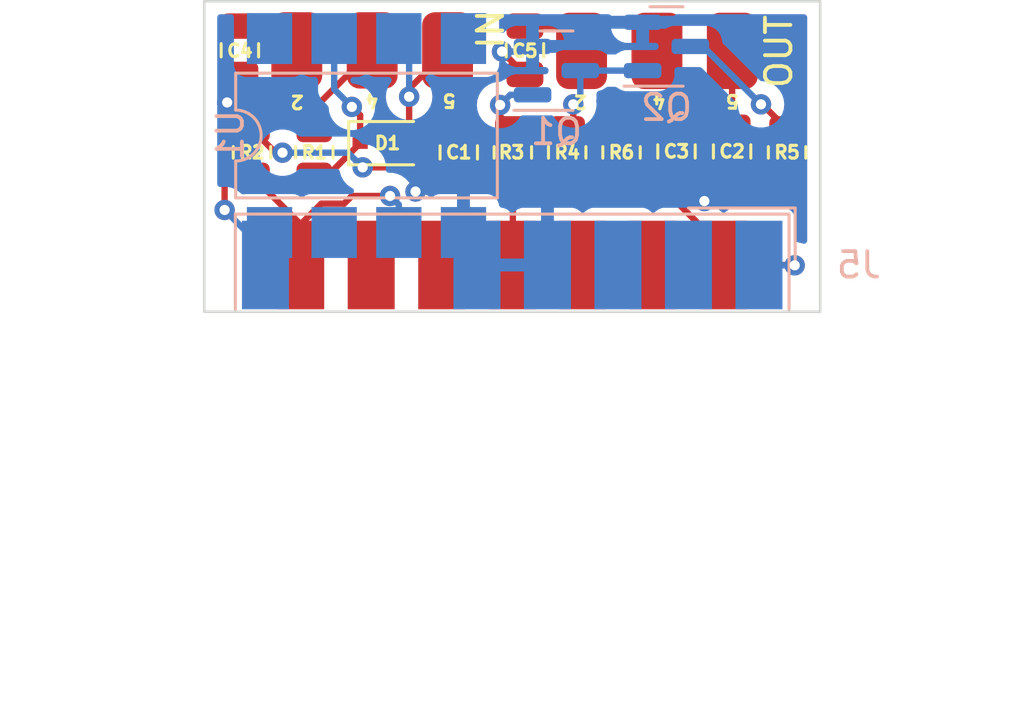
<source format=kicad_pcb>
(kicad_pcb (version 20211014) (generator pcbnew)
  (layers (0 "F.Cu" signal) (31 "B.Cu" signal) (34 "B.Paste" user) (35 "F.Paste" user) (36 "B.SilkS" user "B.Silkscreen") (37 "F.SilkS" user "F.Silkscreen") (38 "B.Mask" user) (39 "F.Mask" user) (44 "Edge.Cuts" user))
  (net 0 "")
  (net 1 "+5V")
  (net 2 "GND")
  (net 3 "Net-(C2-Pad1)")
  (net 4 "Net-(C3-Pad1)")
  (net 5 "Net-(D1-Pad1)")
  (net 6 "Net-(D1-Pad2)")
  (net 7 "Net-(R5-Pad2)")
  (net 8 "Net-(J1-Pad4)")
  (net 9 "RX(15)")
  (net 10 "TX(12)")
  (net 14 "Net-(J1-Pad2)")
  (net 15 "Net-(J2-Pad2)")
  (net 16 "Net-(R3-Pad2)")
  (net 17 "Net-(Q1-Pad3)")
  (footprint "midi_pads:midi pads" (layer "F.Cu") (at 141.9 95.225)
    (fp_text reference "J1" hide)
    (fp_text value "MIDI IN" hide)
    (fp_text user "2" (at -3.05 -1.35 180 unlocked) (layer "F.SilkS") (effects (font (size 0.5 0.5))))
    (fp_text user "IN" (at 4.55 -4.2 90 unlocked) (layer "F.SilkS"))
    (fp_text user "5" (at 2.925 -1.4 180 unlocked) (layer "F.SilkS") (effects (font (size 0.5 0.5))))
    (fp_text user "4" (at -0.1 -1.4 180 unlocked) (layer "F.SilkS") (effects (font (size 0.5 0.5))))
    (pad "2" smd roundrect (at -3.063821 -3.370203) (size 2 3) (layers "F.Cu" "F.Paste" "F.Mask") (net 14 "Net-(J1-Pad2)"))
    (pad "4" smd roundrect (at -0.102128 -3.370203) (size 2 3) (layers "F.Cu" "F.Paste" "F.Mask") (net 8 "Net-(J1-Pad4)"))
    (pad "5" smd roundrect (at 2.859566 -3.370203) (size 2 3) (layers "F.Cu" "F.Paste" "F.Mask") (net 6 "Net-(D1-Pad2)"))
  )
  (footprint "Resistor_SMD:R_0805_2012Metric" (layer "F.Cu") (at 151.595 95.8625 -90)
    (fp_text reference "R6" (at 0 0 180) (layer "F.SilkS") (effects (font (size 0.5 0.5))))
    (fp_text value "220" hide)
    (fp_line (start -0.227064 0.735) (end 0.227064 0.735) (layer "F.SilkS") (width 0.12))
    (fp_line (start -0.227064 -0.735) (end 0.227064 -0.735) (layer "F.SilkS") (width 0.12))
    (pad "1" smd roundrect (at -0.9125 0 270) (size 1.025 1.4) (layers "F.Cu" "F.Paste" "F.Mask") (roundrect_rratio 0.243902439) (net 4 "Net-(C3-Pad1)"))
    (pad "2" smd roundrect (at 0.9125 0 270) (size 1.025 1.4) (layers "F.Cu" "F.Paste" "F.Mask") (roundrect_rratio 0.243902439) (net 1 "+5V"))
  )
  (footprint "Diode_SMD:D_SOD-323" (layer "F.Cu") (at 142.375 95.5)
    (fp_text reference "D1" (at 0.025 0) (layer "F.SilkS") (effects (font (size 0.5 0.5))))
    (fp_text value "1N4148" hide)
    (fp_line (start -1.5 0.85) (end 1.05 0.85) (layer "F.SilkS") (width 0.12))
    (fp_line (start -1.5 -0.85) (end -1.5 0.85) (layer "F.SilkS") (width 0.12))
    (fp_line (start -1.5 -0.85) (end 1.05 -0.85) (layer "F.SilkS") (width 0.12))
    (pad "1" smd rect (at -1.05 0) (size 0.6 0.45) (layers "F.Cu" "F.Paste" "F.Mask") (net 5 "Net-(D1-Pad1)"))
    (pad "2" smd rect (at 1.05 0) (size 0.6 0.45) (layers "F.Cu" "F.Paste" "F.Mask") (net 6 "Net-(D1-Pad2)"))
  )
  (footprint "Capacitor_SMD:C_0805_2012Metric" (layer "F.Cu") (at 155.94 95.825 -90)
    (fp_text reference "C2" (at 0 0 180) (layer "F.SilkS") (effects (font (size 0.5 0.5))))
    (fp_text value "220pF" hide)
    (fp_line (start -0.261252 -0.735) (end 0.261252 -0.735) (layer "F.SilkS") (width 0.12))
    (fp_line (start -0.261252 0.735) (end 0.261252 0.735) (layer "F.SilkS") (width 0.12))
    (pad "1" smd roundrect (at -0.95 0 270) (size 1 1.45) (layers "F.Cu" "F.Paste" "F.Mask") (net 3 "Net-(C2-Pad1)"))
    (pad "2" smd roundrect (at 0.95 0 270) (size 1 1.45) (layers "F.Cu" "F.Paste" "F.Mask") (net 2 "GND"))
  )
  (footprint "Resistor_SMD:R_0805_2012Metric" (layer "F.Cu") (at 147.325 95.8625 90)
    (fp_text reference "R3" (at 0 -0.05 180) (layer "F.SilkS") (effects (font (size 0.5 0.5))))
    (fp_text value "10K" hide)
    (fp_line (start -0.227064 0.735) (end 0.227064 0.735) (layer "F.SilkS") (width 0.12))
    (fp_line (start -0.227064 -0.735) (end 0.227064 -0.735) (layer "F.SilkS") (width 0.12))
    (pad "1" smd roundrect (at -0.9125 0 90) (size 1.025 1.4) (layers "F.Cu" "F.Paste" "F.Mask") (roundrect_rratio 0.243902439) (net 10 "TX(12)"))
    (pad "2" smd roundrect (at 0.9125 0 90) (size 1.025 1.4) (layers "F.Cu" "F.Paste" "F.Mask") (roundrect_rratio 0.243902439) (net 16 "Net-(R3-Pad2)"))
  )
  (footprint "Resistor_SMD:R_0805_2012Metric" (layer "F.Cu") (at 149.46 95.8625 90)
    (fp_text reference "R4" (at 0 0 180) (layer "F.SilkS") (effects (font (size 0.5 0.5))))
    (fp_text value "2.2K" hide)
    (fp_line (start -0.227064 0.735) (end 0.227064 0.735) (layer "F.SilkS") (width 0.12))
    (fp_line (start -0.227064 -0.735) (end 0.227064 -0.735) (layer "F.SilkS") (width 0.12))
    (pad "1" smd roundrect (at -0.9125 0 90) (size 1.025 1.4) (layers "F.Cu" "F.Paste" "F.Mask") (roundrect_rratio 0.243902439) (net 1 "+5V"))
    (pad "2" smd roundrect (at 0.9125 0 90) (size 1.025 1.4) (layers "F.Cu" "F.Paste" "F.Mask") (roundrect_rratio 0.243902439) (net 17 "Net-(Q1-Pad3)"))
  )
  (footprint "Resistor_SMD:R_0805_2012Metric" (layer "F.Cu") (at 158.1 95.8625 90)
    (fp_text reference "R5" (at 0 0 180) (layer "F.SilkS") (effects (font (size 0.5 0.5))))
    (fp_text value "270" hide)
    (fp_line (start -0.227064 -0.735) (end 0.227064 -0.735) (layer "F.SilkS") (width 0.12))
    (fp_line (start -0.227064 0.735) (end 0.227064 0.735) (layer "F.SilkS") (width 0.12))
    (pad "1" smd roundrect (at -0.9125 0 90) (size 1.025 1.4) (layers "F.Cu" "F.Paste" "F.Mask") (roundrect_rratio 0.243902439) (net 3 "Net-(C2-Pad1)"))
    (pad "2" smd roundrect (at 0.9125 0 90) (size 1.025 1.4) (layers "F.Cu" "F.Paste" "F.Mask") (roundrect_rratio 0.243902439) (net 7 "Net-(R5-Pad2)"))
  )
  (footprint "Capacitor_SMD:C_0805_2012Metric" (layer "F.Cu") (at 145.2 95.8625 -90)
    (fp_text reference "C1" (at 0 0 180) (layer "F.SilkS") (effects (font (size 0.5 0.5))))
    (fp_text value "0.1μF" hide)
    (fp_line (start -0.261252 -0.735) (end 0.261252 -0.735) (layer "F.SilkS") (width 0.12))
    (fp_line (start -0.261252 0.735) (end 0.261252 0.735) (layer "F.SilkS") (width 0.12))
    (pad "1" smd roundrect (at -0.95 0 270) (size 1 1.45) (layers "F.Cu" "F.Paste" "F.Mask") (net 1 "+5V"))
    (pad "2" smd roundrect (at 0.95 0 270) (size 1 1.45) (layers "F.Cu" "F.Paste" "F.Mask") (net 2 "GND"))
  )
  (footprint "Resistor_SMD:R_0805_2012Metric" (layer "F.Cu") (at 137.075 95.8625 90)
    (fp_text reference "R2" (at 0 0 180) (layer "F.SilkS") (effects (font (size 0.5 0.5))))
    (fp_text value "2.2K" hide)
    (fp_line (start -0.227064 0.735) (end 0.227064 0.735) (layer "F.SilkS") (width 0.12))
    (fp_line (start -0.227064 -0.735) (end 0.227064 -0.735) (layer "F.SilkS") (width 0.12))
    (pad "1" smd roundrect (at -0.9125 0 90) (size 1.025 1.4) (layers "F.Cu" "F.Paste" "F.Mask") (roundrect_rratio 0.243902439) (net 9 "RX(15)"))
    (pad "2" smd roundrect (at 0.9125 0 90) (size 1.025 1.4) (layers "F.Cu" "F.Paste" "F.Mask") (roundrect_rratio 0.243902439) (net 1 "+5V"))
  )
  (footprint "midi_pads:midi pads" (layer "F.Cu") (at 153.088821 95.245203)
    (fp_text reference "J2" hide)
    (fp_text value "MIDI OUT" hide)
    (fp_text user "4" (at -0.013821 -1.395203 180 unlocked) (layer "F.SilkS") (effects (font (size 0.5 0.5))))
    (fp_text user "5" (at 2.861179 -1.395203 180 unlocked) (layer "F.SilkS") (effects (font (size 0.5 0.5))))
    (fp_text user "2" (at -3.113821 -1.370203 180 unlocked) (layer "F.SilkS") (effects (font (size 0.5 0.5))))
    (fp_text user "OUT" (at 4.686179 -3.345203 90 unlocked) (layer "F.SilkS"))
    (pad "2" smd roundrect (at -3.063821 -3.370203) (size 2 3) (layers "F.Cu" "F.Paste" "F.Mask") (net 15 "Net-(J2-Pad2)"))
    (pad "4" smd roundrect (at -0.102128 -3.370203) (size 2 3) (layers "F.Cu" "F.Paste" "F.Mask") (net 4 "Net-(C3-Pad1)"))
    (pad "5" smd roundrect (at 2.859566 -3.370203) (size 2 3) (layers "F.Cu" "F.Paste" "F.Mask") (net 3 "Net-(C2-Pad1)"))
  )
  (footprint "Capacitor_SMD:C_0805_2012Metric" (layer "F.Cu") (at 147.8 91.85 -90)
    (fp_text reference "C5" (at 0.025 0 180) (layer "F.SilkS") (effects (font (size 0.5 0.5))))
    (fp_text value "0.1μF" hide)
    (fp_line (start -0.261252 0.735) (end 0.261252 0.735) (layer "F.SilkS") (width 0.12))
    (fp_line (start -0.261252 -0.735) (end 0.261252 -0.735) (layer "F.SilkS") (width 0.12))
    (pad "1" smd roundrect (at -0.95 0 270) (size 1 1.45) (layers "F.Cu" "F.Paste" "F.Mask") (net 15 "Net-(J2-Pad2)"))
    (pad "2" smd roundrect (at 0.95 0 270) (size 1 1.45) (layers "F.Cu" "F.Paste" "F.Mask") (net 2 "GND"))
  )
  (footprint "Capacitor_SMD:C_0805_2012Metric" (layer "F.Cu") (at 153.755 95.825 -90)
    (fp_text reference "C3" (at 0 0 180) (layer "F.SilkS") (effects (font (size 0.5 0.5))))
    (fp_text value "220pF" hide)
    (fp_line (start -0.261252 -0.735) (end 0.261252 -0.735) (layer "F.SilkS") (width 0.12))
    (fp_line (start -0.261252 0.735) (end 0.261252 0.735) (layer "F.SilkS") (width 0.12))
    (pad "1" smd roundrect (at -0.95 0 270) (size 1 1.45) (layers "F.Cu" "F.Paste" "F.Mask") (net 4 "Net-(C3-Pad1)"))
    (pad "2" smd roundrect (at 0.95 0 270) (size 1 1.45) (layers "F.Cu" "F.Paste" "F.Mask") (net 2 "GND"))
  )
  (footprint "Resistor_SMD:R_0805_2012Metric" (layer "F.Cu") (at 139.525 95.8625 -90)
    (fp_text reference "R1" (at 0 0 180) (layer "F.SilkS") (effects (font (size 0.5 0.5))))
    (fp_text value "220" hide)
    (fp_line (start -0.227064 0.735) (end 0.227064 0.735) (layer "F.SilkS") (width 0.12))
    (fp_line (start -0.227064 -0.735) (end 0.227064 -0.735) (layer "F.SilkS") (width 0.12))
    (pad "1" smd roundrect (at -0.9125 0 270) (size 1.025 1.4) (layers "F.Cu" "F.Paste" "F.Mask") (roundrect_rratio 0.243902439) (net 8 "Net-(J1-Pad4)"))
    (pad "2" smd roundrect (at 0.9125 0 270) (size 1.025 1.4) (layers "F.Cu" "F.Paste" "F.Mask") (roundrect_rratio 0.243902439) (net 5 "Net-(D1-Pad1)"))
  )
  (footprint "Capacitor_SMD:C_0805_2012Metric" (layer "F.Cu") (at 136.6 91.85 -90)
    (fp_text reference "C4" (at 0.025 0 180) (layer "F.SilkS") (effects (font (size 0.5 0.5))))
    (fp_text value "0.1μF" hide)
    (fp_line (start -0.261252 0.735) (end 0.261252 0.735) (layer "F.SilkS") (width 0.12))
    (fp_line (start -0.261252 -0.735) (end 0.261252 -0.735) (layer "F.SilkS") (width 0.12))
    (pad "1" smd roundrect (at -0.95 0 270) (size 1 1.45) (layers "F.Cu" "F.Paste" "F.Mask") (net 14 "Net-(J1-Pad2)"))
    (pad "2" smd roundrect (at 0.95 0 270) (size 1 1.45) (layers "F.Cu" "F.Paste" "F.Mask") (net 2 "GND"))
  )
  (footprint "Package_TO_SOT_SMD:SOT-23" (layer "B.Cu") (at 149.0375 92.65)
    (fp_text reference "Q1" (at 0 2.4) (layer "B.SilkS") (effects (justify mirror)))
    (fp_text value "MMBT3904" hide)
    (fp_line (start 0 -1.56) (end -0.65 -1.56) (layer "B.SilkS") (width 0.12))
    (fp_line (start 0 -1.56) (end 0.65 -1.56) (layer "B.SilkS") (width 0.12))
    (fp_line (start 0 1.56) (end -1.675 1.56) (layer "B.SilkS") (width 0.12))
    (fp_line (start 0 1.56) (end 0.65 1.56) (layer "B.SilkS") (width 0.12))
    (pad "1" smd roundrect (at -0.9375 0.95) (size 1.475 0.6) (layers "B.Cu" "B.Paste" "B.Mask") (net 16 "Net-(R3-Pad2)"))
    (pad "2" smd roundrect (at -0.9375 -0.95) (size 1.475 0.6) (layers "B.Cu" "B.Paste" "B.Mask") (net 2 "GND"))
    (pad "3" smd roundrect (at 0.9375 0) (size 1.475 0.6) (layers "B.Cu" "B.Paste" "B.Mask") (net 17 "Net-(Q1-Pad3)"))
  )
  (footprint "Package_DIP:SMDIP-8_W7.62mm" (layer "B.Cu") (at 141.575 95.2 -90)
    (fp_text reference "U1" (at 0 5.35 90) (layer "B.SilkS") (effects (justify mirror)))
    (fp_text value "6N138" hide)
    (fp_line (start 2.45 -5.14) (end 2.45 5.14) (layer "B.SilkS") (width 0.12))
    (fp_line (start -2.45 -5.14) (end 2.45 -5.14) (layer "B.SilkS") (width 0.12))
    (fp_line (start -2.45 5.14) (end -2.45 -5.14) (layer "B.SilkS") (width 0.12))
    (fp_line (start 2.45 5.14) (end 1 5.14) (layer "B.SilkS") (width 0.12))
    (fp_line (start -1 5.14) (end -2.45 5.14) (layer "B.SilkS") (width 0.12))
    (fp_arc (start -1 5.14) (mid 0 4.14) (end 1 5.14) (layer "B.SilkS") (width 0.12))
    (pad "1" smd rect (at -3.81 3.81 270) (size 2 1.78) (layers "B.Cu" "B.Paste" "B.Mask"))
    (pad "2" smd rect (at -3.81 1.27 270) (size 2 1.78) (layers "B.Cu" "B.Paste" "B.Mask") (net 5 "Net-(D1-Pad1)"))
    (pad "3" smd rect (at -3.81 -1.27 270) (size 2 1.78) (layers "B.Cu" "B.Paste" "B.Mask") (net 6 "Net-(D1-Pad2)"))
    (pad "4" smd rect (at -3.81 -3.81 270) (size 2 1.78) (layers "B.Cu" "B.Paste" "B.Mask"))
    (pad "5" smd rect (at 3.81 -3.81 270) (size 2 1.78) (layers "B.Cu" "B.Paste" "B.Mask") (net 2 "GND"))
    (pad "6" smd rect (at 3.81 -1.27 270) (size 2 1.78) (layers "B.Cu" "B.Paste" "B.Mask") (net 9 "RX(15)"))
    (pad "7" smd rect (at 3.81 1.27 270) (size 2 1.78) (layers "B.Cu" "B.Paste" "B.Mask"))
    (pad "8" smd rect (at 3.81 3.81 270) (size 2 1.78) (layers "B.Cu" "B.Paste" "B.Mask") (net 1 "+5V"))
  )
  (footprint "Connector_Dsub:DSUB-15_Male_EdgeMount_P2.77mm" (layer "B.Cu") (at 147.3 100.2875 180)
    (fp_text reference "J5" (at -13.618333 0) (layer "B.SilkS") (effects (justify mirror)))
    (fp_text value "Game Port")
    (fp_line (start -10.878333 2) (end -10.878333 -1.74) (layer "B.SilkS") (width 0.12))
    (fp_line (start -11.118333 2.24) (end -6.925 2.24) (layer "B.SilkS") (width 0.12))
    (fp_line (start 10.878333 2) (end -10.878333 2) (layer "B.SilkS") (width 0.12))
    (fp_line (start -11.118333 0) (end -11.118333 2.24) (layer "B.SilkS") (width 0.12))
    (fp_line (start 10.878333 -1.74) (end 10.878333 2) (layer "B.SilkS") (width 0.12))
    (pad "1" smd rect (at -9.695 0 180) (size 1.846667 3.48) (layers "B.Cu" "B.Paste" "B.Mask") (net 1 "+5V"))
    (pad "2" smd rect (at -6.925 0 180) (size 1.846667 3.48) (layers "B.Cu" "B.Paste" "B.Mask"))
    (pad "3" smd rect (at -4.155 0 180) (size 1.846667 3.48) (layers "B.Cu" "B.Paste" "B.Mask"))
    (pad "4" smd rect (at -1.385 0 180) (size 1.846667 3.48) (layers "B.Cu" "B.Paste" "B.Mask") (net 2 "GND"))
    (pad "5" smd rect (at 1.385 0 180) (size 1.846667 3.48) (layers "B.Cu" "B.Paste" "B.Mask") (net 2 "GND"))
    (pad "8" smd rect (at 9.695 0 180) (size 1.846667 3.48) (layers "B.Cu" "B.Paste" "B.Mask") (net 1 "+5V"))
    (pad "9" smd rect (at -8.31 0 180) (size 1.846667 3.48) (layers "F.Cu" "F.Paste" "F.Mask") (net 1 "+5V"))
    (pad "10" smd rect (at -5.54 0 180) (size 1.846667 3.48) (layers "F.Cu" "F.Paste" "F.Mask"))
    (pad "11" smd rect (at -2.77 0 180) (size 1.846667 3.48) (layers "F.Cu" "F.Paste" "F.Mask"))
    (pad "12" smd rect (at 0 0 180) (size 1.846667 3.48) (layers "F.Cu" "F.Paste" "F.Mask") (net 10 "TX(12)"))
    (pad "13" smd rect (at 2.77 0 180) (size 1.846667 3.48) (layers "F.Cu" "F.Paste" "F.Mask"))
    (pad "14" smd rect (at 5.54 0 180) (size 1.846667 3.48) (layers "F.Cu" "F.Paste" "F.Mask"))
    (pad "15" smd rect (at 8.31 0 180) (size 1.846667 3.48) (layers "F.Cu" "F.Paste" "F.Mask") (net 9 "RX(15)"))
  )
  (footprint "Package_TO_SOT_SMD:SOT-23" (layer "B.Cu") (at 153.3625 91.7)
    (fp_text reference "Q2" (at 0 2.4) (layer "B.SilkS") (effects (justify mirror)))
    (fp_text value "MMBT3904" hide)
    (fp_line (start 0 1.56) (end -1.675 1.56) (layer "B.SilkS") (width 0.12))
    (fp_line (start 0 1.56) (end 0.65 1.56) (layer "B.SilkS") (width 0.12))
    (fp_line (start 0 -1.56) (end 0.65 -1.56) (layer "B.SilkS") (width 0.12))
    (fp_line (start 0 -1.56) (end -0.65 -1.56) (layer "B.SilkS") (width 0.12))
    (pad "1" smd roundrect (at -0.9375 0.95) (size 1.475 0.6) (layers "B.Cu" "B.Paste" "B.Mask") (net 17 "Net-(Q1-Pad3)"))
    (pad "2" smd roundrect (at -0.9375 -0.95) (size 1.475 0.6) (layers "B.Cu" "B.Paste" "B.Mask") (net 2 "GND"))
    (pad "3" smd roundrect (at 0.9375 0) (size 1.475 0.6) (layers "B.Cu" "B.Paste" "B.Mask") (net 7 "Net-(R5-Pad2)"))
  )
  (gr_rect (start 159.4 89.925) (end 135.2 102.125) (layer "Edge.Cuts") (width 0.1) (fill none))
  (segment (start 149.46 95.96) (end 149.4 95.9) (width 0.25) (layer "F.Cu") (net 1))
  (segment (start 145.2 94.9125) (end 145.2 94.975) (width 0.25) (layer "F.Cu") (net 1))
  (segment (start 143.8 96.375) (end 143.725 96.45) (width 0.25) (layer "F.Cu") (net 1))
  (segment (start 155.61 100.2875) (end 158.3875 100.2875) (width 0.25) (layer "F.Cu") (net 1))
  (segment (start 149.4 95.9) (end 150.725 95.9) (width 0.25) (layer "F.Cu") (net 1))
  (segment (start 145.2 94.9125) (end 146.1875 95.9) (width 0.25) (layer "F.Cu") (net 1))
  (segment (start 153.725 97.775) (end 152.595 97.775) (width 0.25) (layer "F.Cu") (net 1))
  (segment (start 138 95.875) (end 138.275 95.875) (width 0.25) (layer "F.Cu") (net 1))
  (segment (start 137.075 94.95) (end 138 95.875) (width 0.25) (layer "F.Cu") (net 1))
  (segment (start 150.725 95.9) (end 151.595 96.77) (width 0.25) (layer "F.Cu") (net 1))
  (segment (start 155.61 99.66) (end 153.725 97.775) (width 0.25) (layer "F.Cu") (net 1))
  (segment (start 136 98.125) (end 136 96.025) (width 0.25) (layer "F.Cu") (net 1))
  (segment (start 145.2 94.975) (end 143.8 96.375) (width 0.25) (layer "F.Cu") (net 1))
  (segment (start 136 96.025) (end 137.075 94.95) (width 0.25) (layer "F.Cu") (net 1))
  (segment (start 158.3875 100.2875) (end 158.4 100.3) (width 0.25) (layer "F.Cu") (net 1))
  (segment (start 146.1875 95.9) (end 149.4 95.9) (width 0.25) (layer "F.Cu") (net 1))
  (segment (start 152.595 97.775) (end 151.595 96.775) (width 0.25) (layer "F.Cu") (net 1))
  (segment (start 149.46 96.775) (end 149.46 95.96) (width 0.25) (layer "F.Cu") (net 1))
  (segment (start 143.725 96.45) (end 141.425 96.45) (width 0.25) (layer "F.Cu") (net 1))
  (segment (start 155.61 100.2875) (end 155.61 99.66) (width 0.25) (layer "F.Cu") (net 1))
  (segment (start 151.595 96.77) (end 151.595 96.775) (width 0.25) (layer "F.Cu") (net 1))
  (via (at 136 98.125) (size 0.8) (drill 0.4) (layers "F.Cu" "B.Cu") (net 1))
  (via (at 158.4 100.3) (size 0.8) (drill 0.4) (layers "F.Cu" "B.Cu") (net 1))
  (via (at 141.425 96.45) (size 0.8) (drill 0.4) (layers "F.Cu" "B.Cu") (net 1))
  (via (at 138.275 95.875) (size 0.8) (drill 0.4) (layers "F.Cu" "B.Cu") (net 1))
  (segment (start 157.0075 100.3) (end 156.995 100.2875) (width 0.25) (layer "B.Cu") (net 1))
  (segment (start 137.765 99.01) (end 136.885 99.01) (width 0.25) (layer "B.Cu") (net 1))
  (segment (start 158.4 100.3) (end 157.0075 100.3) (width 0.25) (layer "B.Cu") (net 1))
  (segment (start 140.85 95.875) (end 138.275 95.875) (width 0.25) (layer "B.Cu") (net 1))
  (segment (start 136.885 99.01) (end 136 98.125) (width 0.25) (layer "B.Cu") (net 1))
  (segment (start 141.425 96.45) (end 140.85 95.875) (width 0.25) (layer "B.Cu") (net 1))
  (segment (start 155.94 96.775) (end 154.94 97.775) (width 0.25) (layer "F.Cu") (net 2))
  (segment (start 153.85 96.775) (end 154.85 97.775) (width 0.25) (layer "F.Cu") (net 2))
  (segment (start 144.0875 96.8125) (end 143.5 97.4) (width 0.25) (layer "F.Cu") (net 2))
  (segment (start 145.2 96.8125) (end 144.0875 96.8125) (width 0.25) (layer "F.Cu") (net 2))
  (segment (start 136.1 93.3) (end 136.1 93.9) (width 0.25) (layer "F.Cu") (net 2))
  (segment (start 153.755 96.775) (end 153.85 96.775) (width 0.25) (layer "F.Cu") (net 2))
  (segment (start 136.6 92.8) (end 136.1 93.3) (width 0.25) (layer "F.Cu") (net 2))
  (segment (start 154.94 97.775) (end 154.85 97.775) (width 0.25) (layer "F.Cu") (net 2))
  (segment (start 147.8 92.8) (end 146.9 91.9) (width 0.25) (layer "F.Cu") (net 2))
  (via (at 143.5 97.4) (size 0.8) (drill 0.4) (layers "F.Cu" "B.Cu") (net 2))
  (via (at 146.9 91.9) (size 0.8) (drill 0.4) (layers "F.Cu" "B.Cu") (net 2))
  (via (at 136.1 93.9) (size 0.8) (drill 0.4) (layers "F.Cu" "B.Cu") (net 2))
  (via (at 154.85 97.775) (size 0.8) (drill 0.4) (layers "F.Cu" "B.Cu") (net 2))
  (segment (start 145.915 100.2875) (end 148.685 100.2875) (width 0.25) (layer "B.Cu") (net 2))
  (segment (start 147.9 91.9) (end 148.1 91.7) (width 0.25) (layer "B.Cu") (net 2))
  (segment (start 146.9 91.9) (end 147.9 91.9) (width 0.25) (layer "B.Cu") (net 2))
  (segment (start 156.2 94.875) (end 155.94 94.875) (width 0.25) (layer "F.Cu") (net 3))
  (segment (start 155.94 91.883387) (end 155.948387 91.875) (width 0.25) (layer "F.Cu") (net 3))
  (segment (start 155.94 94.875) (end 155.94 91.883387) (width 0.25) (layer "F.Cu") (net 3))
  (segment (start 158.1 96.775) (end 156.2 94.875) (width 0.25) (layer "F.Cu") (net 3))
  (segment (start 151.595 94.95) (end 153.68 94.95) (width 0.25) (layer "F.Cu") (net 4))
  (segment (start 153.755 94.875) (end 153.755 92.643307) (width 0.25) (layer "F.Cu") (net 4))
  (segment (start 153.755 92.643307) (end 152.986693 91.875) (width 0.25) (layer "F.Cu") (net 4))
  (segment (start 153.68 94.95) (end 153.755 94.875) (width 0.25) (layer "F.Cu") (net 4))
  (segment (start 141.325 95.5) (end 141.325 94.4) (width 0.25) (layer "F.Cu") (net 5))
  (segment (start 139.525 96.775) (end 140.05 96.775) (width 0.25) (layer "F.Cu") (net 5))
  (segment (start 141.325 94.4) (end 141 94.075) (width 0.25) (layer "F.Cu") (net 5))
  (segment (start 140.05 96.775) (end 141.325 95.5) (width 0.25) (layer "F.Cu") (net 5))
  (via (at 141 94.075) (size 0.8) (drill 0.4) (layers "F.Cu" "B.Cu") (net 5))
  (segment (start 141 94.075) (end 140.305 93.38) (width 0.25) (layer "B.Cu") (net 5))
  (segment (start 140.305 93.38) (end 140.305 91.39) (width 0.25) (layer "B.Cu") (net 5))
  (segment (start 143.25 93.675) (end 143.25 93.364363) (width 0.25) (layer "F.Cu") (net 6))
  (segment (start 143.25 95.325) (end 143.25 93.675) (width 0.25) (layer "F.Cu") (net 6))
  (segment (start 143.25 93.364363) (end 144.759566 91.854797) (width 0.25) (layer "F.Cu") (net 6))
  (segment (start 143.425 95.5) (end 143.25 95.325) (width 0.25) (layer "F.Cu") (net 6))
  (via (at 143.25 93.675) (size 0.8) (drill 0.4) (layers "F.Cu" "B.Cu") (net 6))
  (segment (start 143.25 93.675) (end 143.25 91.795) (width 0.25) (layer "B.Cu") (net 6))
  (segment (start 143.25 91.795) (end 142.845 91.39) (width 0.25) (layer "B.Cu") (net 6))
  (segment (start 158.1 94.95) (end 157.125 93.975) (width 0.25) (layer "F.Cu") (net 7))
  (segment (start 157.125 93.975) (end 157.075 93.975) (width 0.25) (layer "F.Cu") (net 7))
  (via (at 157.075 93.975) (size 0.8) (drill 0.4) (layers "F.Cu" "B.Cu") (net 7))
  (segment (start 154.8 91.7) (end 157.075 93.975) (width 0.25) (layer "B.Cu") (net 7))
  (segment (start 154.3 91.7) (end 154.8 91.7) (width 0.25) (layer "B.Cu") (net 7))
  (segment (start 139.525 94.127669) (end 141.797872 91.854797) (width 0.25) (layer "F.Cu") (net 8))
  (segment (start 139.525 94.95) (end 139.525 94.127669) (width 0.25) (layer "F.Cu") (net 8))
  (segment (start 138.99 98.685) (end 138.99 100.2875) (width 0.25) (layer "F.Cu") (net 9))
  (segment (start 139.8 97.875) (end 138.99 98.685) (width 0.25) (layer "F.Cu") (net 9))
  (segment (start 138.99 100.2875) (end 138.99 98.69) (width 0.25) (layer "F.Cu") (net 9))
  (segment (start 138.99 98.69) (end 137.075 96.775) (width 0.25) (layer "F.Cu") (net 9))
  (segment (start 142.5 97.575) (end 141 97.575) (width 0.25) (layer "F.Cu") (net 9))
  (segment (start 140.7 97.875) (end 139.8 97.875) (width 0.25) (layer "F.Cu") (net 9))
  (segment (start 141 97.575) (end 140.7 97.875) (width 0.25) (layer "F.Cu") (net 9))
  (via (at 142.5 97.575) (size 0.8) (drill 0.4) (layers "F.Cu" "B.Cu") (net 9))
  (segment (start 142.845 99.01) (end 142.845 97.92) (width 0.25) (layer "B.Cu") (net 9))
  (segment (start 142.845 97.92) (end 142.5 97.575) (width 0.25) (layer "B.Cu") (net 9))
  (segment (start 147.325 96.775) (end 147.325 100.2625) (width 0.25) (layer "F.Cu") (net 10))
  (segment (start 147.325 100.2625) (end 147.3 100.2875) (width 0.25) (layer "F.Cu") (net 10))
  (segment (start 137.881382 90.9) (end 136.6 90.9) (width 0.25) (layer "F.Cu") (net 14))
  (segment (start 138.836179 91.854797) (end 137.881382 90.9) (width 0.25) (layer "F.Cu") (net 14))
  (segment (start 149.05 90.9) (end 147.8 90.9) (width 0.25) (layer "F.Cu") (net 15))
  (segment (start 150.025 91.875) (end 149.05 90.9) (width 0.25) (layer "F.Cu") (net 15))
  (segment (start 146.825 94) (end 146.825 94.45) (width 0.25) (layer "F.Cu") (net 16))
  (segment (start 146.825 94.45) (end 147.325 94.95) (width 0.25) (layer "F.Cu") (net 16))
  (via (at 146.825 94) (size 0.8) (drill 0.4) (layers "F.Cu" "B.Cu") (net 16))
  (segment (start 148.1 93.6) (end 147.225 93.6) (width 0.25) (layer "B.Cu") (net 16))
  (segment (start 147.225 93.6) (end 146.825 94) (width 0.25) (layer "B.Cu") (net 16))
  (segment (start 149.7 93.975) (end 149.7 94.71) (width 0.25) (layer "F.Cu") (net 17))
  (segment (start 149.7 94.71) (end 149.46 94.95) (width 0.25) (layer "F.Cu") (net 17))
  (via (at 149.7 93.975) (size 0.8) (drill 0.4) (layers "F.Cu" "B.Cu") (net 17))
  (segment (start 149.975 93.7) (end 149.7 93.975) (width 0.25) (layer "B.Cu") (net 17))
  (segment (start 149.975 92.65) (end 149.975 93.7) (width 0.25) (layer "B.Cu") (net 17))
  (segment (start 152.425 92.65) (end 149.975 92.65) (width 0.25) (layer "B.Cu") (net 17))
  (zone (net 2) (net_name "GND") (layer "B.Cu") (connect_pads (clearance 0.508)) (min_thickness 0.254) (fill yes (thermal_gap 0.508) (thermal_bridge_width 0.508))
    (polygon (pts (xy 158.9748 101.800747) (xy 135.521489 101.782352) (xy 135.521489 90.285631) (xy 135.525 90.275) (xy 158.993194 90.248842)))
  )
)
</source>
